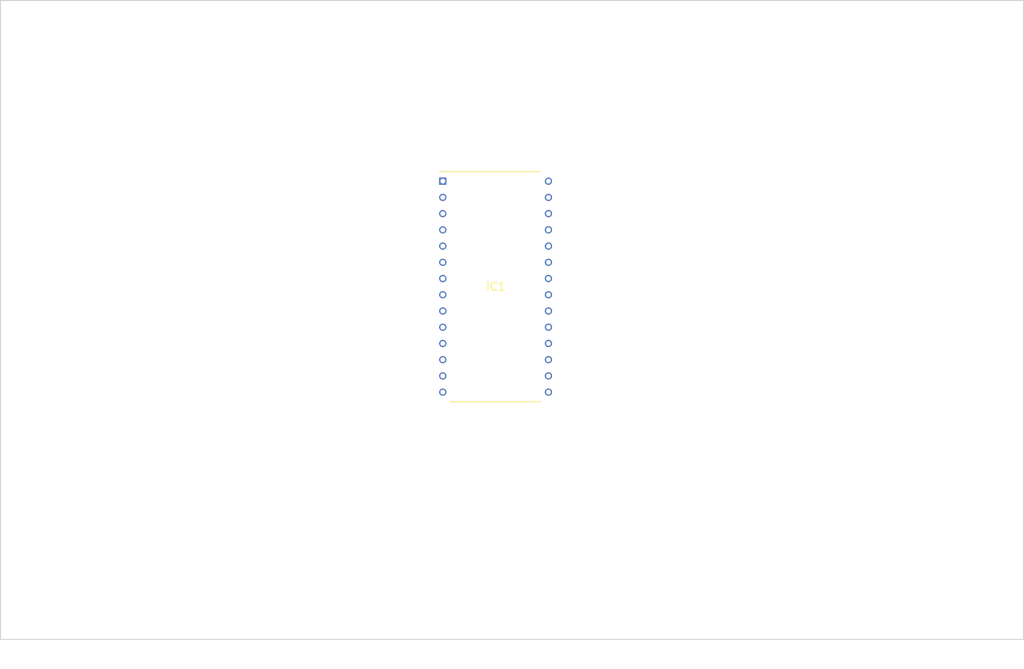
<source format=kicad_pcb>
(kicad_pcb (version 20241229) (generator "pcbnew") (generator_version "9.0")
  (layers (0 "F.Cu" signal) (2 "B.Cu" signal) (13 "F.Paste" user) (15 "B.Paste" user) (5 "F.SilkS" user "F.Silkscreen") (7 "B.SilkS" user "B.Silkscreen") (1 "F.Mask" user) (3 "B.Mask" user) (25 "Edge.Cuts" user))
  (net 0 "")
  (footprint "MountingHole:MountingHole_2.7mm_M2.5_DIN965" (layer "F.Cu") (at 212.24 139.45)
    (property "Reference" "MH4" (hide yes))
    (property "Value" "MountingHole_2.7mm_M2.5_DIN965" (hide yes))
    (pad "" np_thru_hole circle (at 0 0) (size 2.7 2.7) (drill 2.7) (layers "*.Cu" "*.Mask"))
  )
  (footprint "MountingHole:MountingHole_2.7mm_M2.5_DIN965" (layer "F.Cu") (at 58.57 50.55)
    (property "Reference" "MH1" (hide yes))
    (property "Value" "MountingHole_2.7mm_M2.5_DIN965" (hide yes))
    (pad "" np_thru_hole circle (at 0 0) (size 2.7 2.7) (drill 2.7) (layers "*.Cu" "*.Mask"))
  )
  (footprint "Library:DIP1652W53P254L3550H510Q28N" (layer "F.Cu") (at 132.438 89.79)
    (property "Reference" "IC1" (at 0 0 0) (layer "F.SilkS") (effects (font (size 1.27 1.27) (thickness 0.254))))
    (property "Value" "TDA1541A" (hide yes))
    (fp_line (start -8.828 -18) (end 7.05 -18) (stroke (width 0.2)) (layer "F.SilkS"))
    (fp_line (start -7.05 18) (end 7.05 18) (stroke (width 0.2)) (layer "F.SilkS"))
    (pad "1" thru_hole rect (at -8.262 -16.51) (size 1.13 1.13) (drill 0.73) (layers "*.Cu" "*.Mask"))
    (pad "2" thru_hole circle (at -8.262 -13.97) (size 1.13 1.13) (drill 0.73) (layers "*.Cu" "*.Mask"))
    (pad "3" thru_hole circle (at -8.262 -11.43) (size 1.13 1.13) (drill 0.73) (layers "*.Cu" "*.Mask"))
    (pad "4" thru_hole circle (at -8.262 -8.89) (size 1.13 1.13) (drill 0.73) (layers "*.Cu" "*.Mask"))
    (pad "5" thru_hole circle (at -8.262 -6.35) (size 1.13 1.13) (drill 0.73) (layers "*.Cu" "*.Mask"))
    (pad "6" thru_hole circle (at -8.262 -3.81) (size 1.13 1.13) (drill 0.73) (layers "*.Cu" "*.Mask"))
    (pad "7" thru_hole circle (at -8.262 -1.27) (size 1.13 1.13) (drill 0.73) (layers "*.Cu" "*.Mask"))
    (pad "8" thru_hole circle (at -8.262 1.27) (size 1.13 1.13) (drill 0.73) (layers "*.Cu" "*.Mask"))
    (pad "9" thru_hole circle (at -8.262 3.81) (size 1.13 1.13) (drill 0.73) (layers "*.Cu" "*.Mask"))
    (pad "10" thru_hole circle (at -8.262 6.35) (size 1.13 1.13) (drill 0.73) (layers "*.Cu" "*.Mask"))
    (pad "11" thru_hole circle (at -8.262 8.89) (size 1.13 1.13) (drill 0.73) (layers "*.Cu" "*.Mask"))
    (pad "12" thru_hole circle (at -8.262 11.43) (size 1.13 1.13) (drill 0.73) (layers "*.Cu" "*.Mask"))
    (pad "13" thru_hole circle (at -8.262 13.97) (size 1.13 1.13) (drill 0.73) (layers "*.Cu" "*.Mask"))
    (pad "14" thru_hole circle (at -8.262 16.51) (size 1.13 1.13) (drill 0.73) (layers "*.Cu" "*.Mask"))
    (pad "15" thru_hole circle (at 8.262 16.51) (size 1.13 1.13) (drill 0.73) (layers "*.Cu" "*.Mask"))
    (pad "16" thru_hole circle (at 8.262 13.97) (size 1.13 1.13) (drill 0.73) (layers "*.Cu" "*.Mask"))
    (pad "17" thru_hole circle (at 8.262 11.43) (size 1.13 1.13) (drill 0.73) (layers "*.Cu" "*.Mask"))
    (pad "18" thru_hole circle (at 8.262 8.89) (size 1.13 1.13) (drill 0.73) (layers "*.Cu" "*.Mask"))
    (pad "19" thru_hole circle (at 8.262 6.35) (size 1.13 1.13) (drill 0.73) (layers "*.Cu" "*.Mask"))
    (pad "20" thru_hole circle (at 8.262 3.81) (size 1.13 1.13) (drill 0.73) (layers "*.Cu" "*.Mask"))
    (pad "21" thru_hole circle (at 8.262 1.27) (size 1.13 1.13) (drill 0.73) (layers "*.Cu" "*.Mask"))
    (pad "22" thru_hole circle (at 8.262 -1.27) (size 1.13 1.13) (drill 0.73) (layers "*.Cu" "*.Mask"))
    (pad "23" thru_hole circle (at 8.262 -3.81) (size 1.13 1.13) (drill 0.73) (layers "*.Cu" "*.Mask"))
    (pad "24" thru_hole circle (at 8.262 -6.35) (size 1.13 1.13) (drill 0.73) (layers "*.Cu" "*.Mask"))
    (pad "25" thru_hole circle (at 8.262 -8.89) (size 1.13 1.13) (drill 0.73) (layers "*.Cu" "*.Mask"))
    (pad "26" thru_hole circle (at 8.262 -11.43) (size 1.13 1.13) (drill 0.73) (layers "*.Cu" "*.Mask"))
    (pad "27" thru_hole circle (at 8.262 -13.97) (size 1.13 1.13) (drill 0.73) (layers "*.Cu" "*.Mask"))
    (pad "28" thru_hole circle (at 8.262 -16.51) (size 1.13 1.13) (drill 0.73) (layers "*.Cu" "*.Mask"))
  )
  (footprint "MountingHole:MountingHole_2.7mm_M2.5_DIN965" (layer "F.Cu") (at 58.57 139.45)
    (property "Reference" "MH2" (hide yes))
    (property "Value" "MountingHole_2.7mm_M2.5_DIN965" (hide yes))
    (pad "" np_thru_hole circle (at 0 0) (size 2.7 2.7) (drill 2.7) (layers "*.Cu" "*.Mask"))
  )
  (footprint "MountingHole:MountingHole_2.7mm_M2.5_DIN965" (layer "F.Cu") (at 212.24 50.55)
    (property "Reference" "MH3" (hide yes))
    (property "Value" "MountingHole_2.7mm_M2.5_DIN965" (hide yes))
    (pad "" np_thru_hole circle (at 0 0) (size 2.7 2.7) (drill 2.7) (layers "*.Cu" "*.Mask"))
  )
  (gr_rect (start 55 45) (end 215 145) (stroke (width 0.15)) (fill no) (layer "Edge.Cuts"))
)
</source>
